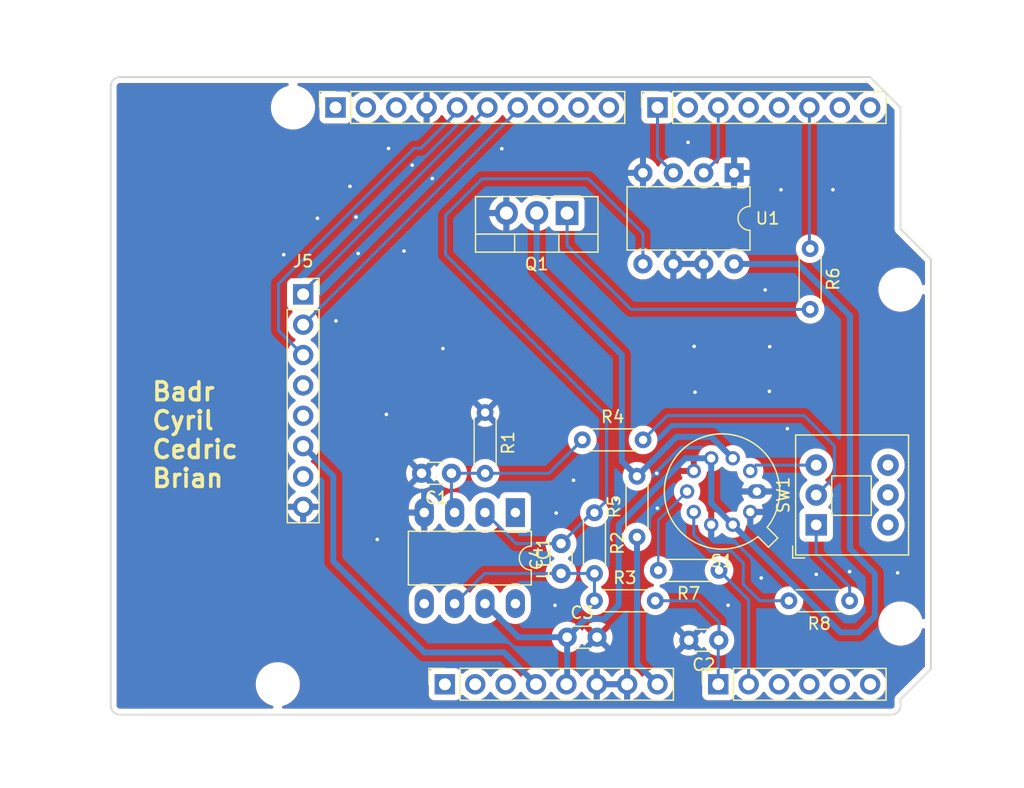
<source format=kicad_pcb>
(kicad_pcb (version 20240108) (generator "pcbnew") (generator_version "8.0")
  (layers (0 "F.Cu" signal) (31 "B.Cu" signal) (34 "B.Paste" user) (35 "F.Paste" user) (36 "B.SilkS" user "B.Silkscreen") (37 "F.SilkS" user "F.Silkscreen") (38 "B.Mask" user) (39 "F.Mask" user) (44 "Edge.Cuts" user))
  (net 0 "")
  (net 1 "Net-(LTC1-+input)")
  (net 2 "GND")
  (net 3 "ADC")
  (net 4 "+5V")
  (net 5 "Net-(LTC1-vOut)")
  (net 6 "RVar")
  (net 8 "/IOREF")
  (net 9 "/~{RESET}")
  (net 10 "+3.3V")
  (net 11 "+12V")
  (net 15 "rst")
  (net 16 "tx")
  (net 17 "rx")
  (net 18 "/*10")
  (net 19 "/*9")
  (net 20 "/8")
  (net 21 "TempSensor")
  (net 26 "MOSI")
  (net 27 "/*6")
  (net 28 "SCK")
  (net 29 "/4")
  (net 30 "/*3")
  (net 31 "gas_choic_ctrl")
  (net 32 "/TX{slash}1")
  (net 33 "/RX{slash}0")
  (net 37 "Net-(Q1-G)")
  (net 38 "12V")
  (net 39 "Net-(SW1-B)")
  (net 40 "Net-(R7-Pad2)")
  (net 41 "GasSensor1")
  (net 42 "Net-(R8-Pad2)")
  (net 43 "GasSensor2")
  (footprint "Resistor_THT:R_Axial_DIN0204_L3.6mm_D1.6mm_P5.08mm_Horizontal" (layer "F.Cu") (at 149.098 120.396)
    (property "Reference" "R3" (at 2.54 -1.92 0) (layer "F.SilkS"))
    (property "Value" "1k")
    (fp_line (start 0.62 -0.92) (end 4.46 -0.92) (stroke (width 0.12)) (layer "F.SilkS"))
    (fp_line (start 0.62 0.92) (end 4.46 0.92) (stroke (width 0.12)) (layer "F.SilkS"))
    (pad "1" thru_hole circle (at 0 0) (size 1.4 1.4) (drill 0.7) (layers "*.Cu" "*.Mask") (net 5 "Net-(LTC1-vOut)"))
    (pad "2" thru_hole oval (at 5.08 0) (size 1.4 1.4) (drill 0.7) (layers "*.Cu" "*.Mask") (net 3 "ADC"))
  )
  (footprint "Resistor_THT:R_Axial_DIN0204_L3.6mm_D1.6mm_P5.08mm_Horizontal" (layer "F.Cu") (at 167.132 90.932 -90)
    (property "Reference" "R6" (at 2.54 -1.92 90) (layer "F.SilkS"))
    (property "Value" "1k")
    (fp_line (start 0.62 0.92) (end 4.46 0.92) (stroke (width 0.12)) (layer "F.SilkS"))
    (fp_line (start 0.62 -0.92) (end 4.46 -0.92) (stroke (width 0.12)) (layer "F.SilkS"))
    (pad "1" thru_hole circle (at 0 0 270) (size 1.4 1.4) (drill 0.7) (layers "*.Cu" "*.Mask") (net 31 "gas_choic_ctrl"))
    (pad "2" thru_hole oval (at 5.08 0 270) (size 1.4 1.4) (drill 0.7) (layers "*.Cu" "*.Mask") (net 37 "Net-(Q1-G)"))
  )
  (footprint "Resistor_THT:R_Axial_DIN0204_L3.6mm_D1.6mm_P5.08mm_Horizontal" (layer "F.Cu") (at 149.098 113.03 -90)
    (property "Reference" "R2" (at 2.54 -1.92 90) (layer "F.SilkS"))
    (property "Value" "100k")
    (fp_line (start 0.62 0.92) (end 4.46 0.92) (stroke (width 0.12)) (layer "F.SilkS"))
    (fp_line (start 0.62 -0.92) (end 4.46 -0.92) (stroke (width 0.12)) (layer "F.SilkS"))
    (pad "1" thru_hole circle (at 0 0 270) (size 1.4 1.4) (drill 0.7) (layers "*.Cu" "*.Mask") (net 6 "RVar"))
    (pad "2" thru_hole oval (at 5.08 0 270) (size 1.4 1.4) (drill 0.7) (layers "*.Cu" "*.Mask") (net 5 "Net-(LTC1-vOut)"))
  )
  (footprint "Package_DIP:DIP-8_W7.62mm_LongPads" (layer "F.Cu") (at 142.484 113.015 -90)
    (property "Reference" "LTC1" (at 3.81 -2.33 90) (layer "F.SilkS"))
    (property "Value" "~")
    (fp_line (start 1.56 8.95) (end 6.06 8.95) (stroke (width 0.12)) (layer "F.SilkS"))
    (fp_line (start 6.06 8.95) (end 6.06 -1.33) (stroke (width 0.12)) (layer "F.SilkS"))
    (fp_line (start 1.56 -1.33) (end 1.56 8.95) (stroke (width 0.12)) (layer "F.SilkS"))
    (fp_line (start 2.81 -1.33) (end 1.56 -1.33) (stroke (width 0.12)) (layer "F.SilkS"))
    (fp_line (start 6.06 -1.33) (end 4.81 -1.33) (stroke (width 0.12)) (layer "F.SilkS"))
    (fp_arc (start 4.81 -1.33) (mid 3.81 -0.33) (end 2.81 -1.33) (stroke (width 0.12)) (layer "F.SilkS"))
    (pad "1" thru_hole rect (at 0 0 270) (size 2.4 1.6) (drill 0.8) (layers "*.Cu" "*.Mask"))
    (pad "2" thru_hole oval (at 0 2.54 270) (size 2.4 1.6) (drill 0.8) (layers "*.Cu" "*.Mask") (net 6 "RVar"))
    (pad "3" thru_hole oval (at 0 5.08 270) (size 2.4 1.6) (drill 0.8) (layers "*.Cu" "*.Mask") (net 1 "Net-(LTC1-+input)"))
    (pad "4" thru_hole oval (at 0 7.62 270) (size 2.4 1.6) (drill 0.8) (layers "*.Cu" "*.Mask") (net 2 "GND"))
    (pad "5" thru_hole oval (at 7.62 7.62 270) (size 2.4 1.6) (drill 0.8) (layers "*.Cu" "*.Mask"))
    (pad "6" thru_hole oval (at 7.62 5.08 270) (size 2.4 1.6) (drill 0.8) (layers "*.Cu" "*.Mask") (net 5 "Net-(LTC1-vOut)"))
    (pad "7" thru_hole oval (at 7.62 2.54 270) (size 2.4 1.6) (drill 0.8) (layers "*.Cu" "*.Mask") (net 4 "+5V"))
    (pad "8" thru_hole oval (at 7.62 0 270) (size 2.4 1.6) (drill 0.8) (layers "*.Cu" "*.Mask"))
  )
  (footprint "Capacitor_THT:C_Disc_D3.0mm_W1.6mm_P2.50mm" (layer "F.Cu") (at 146.812 123.444)
    (property "Reference" "C3" (at 1.25 -2.05 0) (layer "F.SilkS"))
    (property "Value" "100n")
    (fp_line (start 0.621 -0.92) (end 1.879 -0.92) (stroke (width 0.12)) (layer "F.SilkS"))
    (fp_line (start 0.621 0.92) (end 1.879 0.92) (stroke (width 0.12)) (layer "F.SilkS"))
    (pad "1" thru_hole circle (at 0 0) (size 1.6 1.6) (drill 0.8) (layers "*.Cu" "*.Mask") (net 4 "+5V"))
    (pad "2" thru_hole circle (at 2.5 0) (size 1.6 1.6) (drill 0.8) (layers "*.Cu" "*.Mask") (net 2 "GND"))
  )
  (footprint "Capacitor_THT:C_Disc_D3.0mm_W1.6mm_P2.50mm" (layer "F.Cu") (at 159.492 123.698 180)
    (property "Reference" "C2" (at 1.25 -2.05 0) (layer "F.SilkS"))
    (property "Value" "100n")
    (fp_line (start 0.621 0.92) (end 1.879 0.92) (stroke (width 0.12)) (layer "F.SilkS"))
    (fp_line (start 0.621 -0.92) (end 1.879 -0.92) (stroke (width 0.12)) (layer "F.SilkS"))
    (pad "1" thru_hole circle (at 0 0 180) (size 1.6 1.6) (drill 0.8) (layers "*.Cu" "*.Mask") (net 3 "ADC"))
    (pad "2" thru_hole circle (at 2.5 0 180) (size 1.6 1.6) (drill 0.8) (layers "*.Cu" "*.Mask") (net 2 "GND"))
  )
  (footprint "Capacitor_THT:C_Disc_D3.0mm_W1.6mm_P2.50mm" (layer "F.Cu") (at 146.304 118.11 90)
    (property "Reference" "C4" (at 1.25 -2.05 90) (layer "F.SilkS"))
    (property "Value" "1u")
    (fp_line (start 0.621 -0.92) (end 1.879 -0.92) (stroke (width 0.12)) (layer "F.SilkS"))
    (fp_line (start 0.621 0.92) (end 1.879 0.92) (stroke (width 0.12)) (layer "F.SilkS"))
    (pad "1" thru_hole circle (at 0 0 90) (size 1.6 1.6) (drill 0.8) (layers "*.Cu" "*.Mask") (net 5 "Net-(LTC1-vOut)"))
    (pad "2" thru_hole circle (at 2.5 0 90) (size 1.6 1.6) (drill 0.8) (layers "*.Cu" "*.Mask") (net 6 "RVar"))
  )
  (footprint "Connector_PinSocket_2.54mm:PinSocket_1x08_P2.54mm_Vertical" (layer "F.Cu") (at 136.5885 127.381 90)
    (property "Reference" "J1" (hide yes))
    (property "Value" "Power")
    (fp_line (start 1.33 -1.33) (end 1.33 0) (stroke (width 0.12)) (layer "F.SilkS"))
    (fp_line (start 0 -1.33) (end 1.33 -1.33) (stroke (width 0.12)) (layer "F.SilkS"))
    (fp_line (start 1.33 1.27) (end 1.33 19.11) (stroke (width 0.12)) (layer "F.SilkS"))
    (fp_line (start -1.33 1.27) (end 1.33 1.27) (stroke (width 0.12)) (layer "F.SilkS"))
    (fp_line (start -1.33 1.27) (end -1.33 19.11) (stroke (width 0.12)) (layer "F.SilkS"))
    (fp_line (start -1.33 19.11) (end 1.33 19.11) (stroke (width 0.12)) (layer "F.SilkS"))
    (pad "1" thru_hole rect (at 0 0 90) (size 1.7 1.7) (drill 1) (layers "*.Cu" "*.Mask"))
    (pad "2" thru_hole oval (at 0 2.54 90) (size 1.7 1.7) (drill 1) (layers "*.Cu" "*.Mask") (net 8 "/IOREF"))
    (pad "3" thru_hole oval (at 0 5.08 90) (size 1.7 1.7) (drill 1) (layers "*.Cu" "*.Mask") (net 9 "/~{RESET}"))
    (pad "4" thru_hole oval (at 0 7.62 90) (size 1.7 1.7) (drill 1) (layers "*.Cu" "*.Mask") (net 10 "+3.3V"))
    (pad "5" thru_hole oval (at 0 10.16 90) (size 1.7 1.7) (drill 1) (layers "*.Cu" "*.Mask") (net 4 "+5V"))
    (pad "6" thru_hole oval (at 0 12.7 90) (size 1.7 1.7) (drill 1) (layers "*.Cu" "*.Mask") (net 2 "GND"))
    (pad "7" thru_hole oval (at 0 15.24 90) (size 1.7 1.7) (drill 1) (layers "*.Cu" "*.Mask") (net 2 "GND"))
    (pad "8" thru_hole oval (at 0 17.78 90) (size 1.7 1.7) (drill 1) (layers "*.Cu" "*.Mask") (net 11 "+12V"))
  )
  (footprint "Arduino_MountingHole:MountingHole_3.2mm" (layer "F.Cu") (at 123.8885 79.121)
    (property "Reference" "MH1" (hide yes))
    (property "Value" "MountingHole_3.2mm" (hide yes))
    (pad "" np_thru_hole circle (at 0 0) (size 3.2 3.2) (drill 3.2) (layers "F&B.Cu" "*.Mask"))
  )
  (footprint "Package_TO_SOT_THT:TO-220-3_Vertical" (layer "F.Cu") (at 146.812 87.955 180)
    (property "Reference" "Q1" (at 2.54 -4.27 0) (layer "F.SilkS"))
    (property "Value" "Q_NMOS_GSD")
    (fp_line (start 7.66 -3.27) (end 7.66 1.371) (stroke (width 0.12)) (layer "F.SilkS"))
    (fp_line (start 4.391 -3.27) (end 4.391 -1.76) (stroke (width 0.12)) (layer "F.SilkS"))
    (fp_line (start 0.69 -3.27) (end 0.69 -1.76) (stroke (width 0.12)) (layer "F.SilkS"))
    (fp_line (start -2.58 1.371) (end 7.66 1.371) (stroke (width 0.12)) (layer "F.SilkS"))
    (fp_line (start -2.58 -1.76) (end 7.66 -1.76) (stroke (width 0.12)) (layer "F.SilkS"))
    (fp_line (start -2.58 -3.27) (end 7.66 -3.27) (stroke (width 0.12)) (layer "F.SilkS"))
    (fp_line (start -2.58 -3.27) (end -2.58 1.371) (stroke (width 0.12)) (layer "F.SilkS"))
    (pad "1" thru_hole rect (at 0 0 180) (size 1.905 2) (drill 1.1) (layers "*.Cu" "*.Mask") (net 37 "Net-(Q1-G)"))
    (pad "2" thru_hole oval (at 2.54 0 180) (size 1.905 2) (drill 1.1) (layers "*.Cu" "*.Mask") (net 38 "12V"))
    (pad "3" thru_hole oval (at 5.08 0 180) (size 1.905 2) (drill 1.1) (layers "*.Cu" "*.Mask") (net 2 "GND"))
  )
  (footprint "Resistor_THT:R_Axial_DIN0204_L3.6mm_D1.6mm_P5.08mm_Horizontal" (layer "F.Cu") (at 139.954 104.648 -90)
    (property "Reference" "R1" (at 2.54 -1.92 90) (layer "F.SilkS"))
    (property "Value" "100k")
    (fp_line (start 0.62 0.92) (end 4.46 0.92) (stroke (width 0.12)) (layer "F.SilkS"))
    (fp_line (start 0.62 -0.92) (end 4.46 -0.92) (stroke (width 0.12)) (layer "F.SilkS"))
    (pad "1" thru_hole circle (at 0 0 270) (size 1.4 1.4) (drill 0.7) (layers "*.Cu" "*.Mask") (net 2 "GND"))
    (pad "2" thru_hole oval (at 5.08 0 270) (size 1.4 1.4) (drill 0.7) (layers "*.Cu" "*.Mask") (net 1 "Net-(LTC1-+input)"))
  )
  (footprint "Resistor_THT:R_Axial_DIN0204_L3.6mm_D1.6mm_P5.08mm_Horizontal" (layer "F.Cu") (at 170.434 120.396 180)
    (property "Reference" "R8" (at 2.54 -1.92 0) (layer "F.SilkS"))
    (property "Value" "0")
    (fp_line (start 0.62 0.92) (end 4.46 0.92) (stroke (width 0.12)) (layer "F.SilkS"))
    (fp_line (start 0.62 -0.92) (end 4.46 -0.92) (stroke (width 0.12)) (layer "F.SilkS"))
    (pad "1" thru_hole circle (at 0 0 180) (size 1.4 1.4) (drill 0.7) (layers "*.Cu" "*.Mask") (net 41 "GasSensor1"))
    (pad "2" thru_hole oval (at 5.08 0 180) (size 1.4 1.4) (drill 0.7) (layers "*.Cu" "*.Mask") (net 42 "Net-(R8-Pad2)"))
  )
  (footprint "Package_TO_SOT_THT:TO-5-10_Window" (layer "F.Cu") (at 162.681 111.252 180)
    (property "Reference" "S1" (at 2.92 -5.82 0) (layer "F.SilkS"))
    (property "Value" "~")
    (fp_line (start -0.077084 -3.774902) (end -0.968039 -4.665856) (stroke (width 0.12)) (layer "F.SilkS"))
    (fp_line (start -0.968039 -4.665856) (end -1.745856 -3.888039) (stroke (width 0.12)) (layer "F.SilkS"))
    (fp_line (start -1.745856 -3.888039) (end -0.854902 -2.997084) (stroke (width 0.12)) (layer "F.SilkS"))
    (fp_arc (start -0.077084 -3.774902) (mid 6.328125 3.408384) (end -0.854674 -2.997371) (stroke (width 0.12)) (layer "F.SilkS"))
    (pad "1" thru_hole oval (at 0 0 180) (size 1.6 1.2) (drill 0.7) (layers "*.Cu" "*.Mask") (net 2 "GND"))
    (pad "2" thru_hole oval (at 0.55767 1.716333 180) (size 1.2 1.2) (drill 0.7) (layers "*.Cu" "*.Mask") (net 43 "GasSensor2"))
    (pad "3" thru_hole oval (at 2.01767 2.777085 180) (size 1.2 1.2) (drill 0.7) (layers "*.Cu" "*.Mask") (net 38 "12V"))
    (pad "4" thru_hole oval (at 3.82233 2.777085 180) (size 1.2 1.2) (drill 0.7) (layers "*.Cu" "*.Mask") (net 4 "+5V"))
    (pad "5" thru_hole oval (at 5.28233 1.716333 180) (size 1.2 1.2) (drill 0.7) (layers "*.Cu" "*.Mask") (net 2 "GND"))
    (pad "6" thru_hole oval (at 5.84 0 180) (size 1.2 1.2) (drill 0.7) (layers "*.Cu" "*.Mask") (net 40 "Net-(R7-Pad2)"))
    (pad "7" thru_hole oval (at 5.28233 -1.716333 180) (size 1.2 1.2) (drill 0.7) (layers "*.Cu" "*.Mask") (net 42 "Net-(R8-Pad2)"))
    (pad "8" thru_hole oval (at 3.82233 -2.777085 180) (size 1.2 1.2) (drill 0.7) (layers "*.Cu" "*.Mask") (net 2 "GND"))
    (pad "9" thru_hole oval (at 2.01767 -2.777085 180) (size 1.2 1.2) (drill 0.7) (layers "*.Cu" "*.Mask") (net 4 "+5V"))
    (pad "10" thru_hole oval (at 0.55767 -1.716333 180) (size 1.2 1.2) (drill 0.7) (layers "*.Cu" "*.Mask") (net 2 "GND"))
  )
  (footprint "Button_Switch_THT:SW_Push_2P2T_Toggle_CK_PVA2xxH2xxxxxxV2" (layer "F.Cu") (at 167.64 114.046 90)
    (property "Reference" "SW1" (at 2.5 -2.75 90) (layer "F.SilkS"))
    (property "Value" "SW_SPDT")
    (fp_line (start -1.77 -1.97) (end -2.77 -1.97) (stroke (width 0.12)) (layer "F.SilkS"))
    (fp_line (start 7.52 -1.72) (end -2.52 -1.72) (stroke (width 0.12)) (layer "F.SilkS"))
    (fp_line (start -2.77 -0.97) (end -2.77 -1.97) (stroke (width 0.12)) (layer "F.SilkS"))
    (fp_line (start 4.1 1.3) (end 0.8 1.3) (stroke (width 0.12)) (layer "F.SilkS"))
    (fp_line (start 4.1 1.3) (end 4.1 4.6) (stroke (width 0.12)) (layer "F.SilkS"))
    (fp_line (start 0.8 1.3) (end 0.8 4.6) (stroke (width 0.12)) (layer "F.SilkS"))
    (fp_line (start 4.1 4.6) (end 0.8 4.6) (stroke (width 0.12)) (layer "F.SilkS"))
    (fp_line (start 7.52 7.72) (end 7.52 -1.72) (stroke (width 0.12)) (layer "F.SilkS"))
    (fp_line (start 7.52 7.72) (end -2.52 7.72) (stroke (width 0.12)) (layer "F.SilkS"))
    (fp_line (start -2.52 7.72) (end -2.52 -1.72) (stroke (width 0.12)) (layer "F.SilkS"))
    (pad "1" thru_hole rect (at 0 0 90) (size 1.8 1.8) (drill 0.9) (layers "*.Cu" "*.Mask") (net 41 "GasSensor1"))
    (pad "2" thru_hole circle (at 2.5 0 90) (size 1.8 1.8) (drill 0.9) (layers "*.Cu" "*.Mask") (net 39 "Net-(SW1-B)"))
    (pad "3" thru_hole circle (at 5 0 90) (size 1.8 1.8) (drill 0.9) (layers "*.Cu" "*.Mask") (net 43 "GasSensor2"))
    (pad "4" thru_hole circle (at 0 6 90) (size 1.8 1.8) (drill 0.9) (layers "*.Cu" "*.Mask"))
    (pad "5" thru_hole circle (at 2.5 6 90) (size 1.8 1.8) (drill 0.9) (layers "*.Cu" "*.Mask"))
    (pad "6" thru_hole circle (at 5 6 90) (size 1.8 1.8) (drill 0.9) (layers "*.Cu" "*.Mask"))
  )
  (footprint "Arduino_MountingHole:MountingHole_3.2mm" (layer "F.Cu") (at 122.6185 127.381)
    (property "Reference" "MH2" (hide yes))
    (property "Value" "MountingHole_3.2mm" (hide yes))
    (pad "" np_thru_hole circle (at 0 0) (size 3.2 3.2) (drill 3.2) (layers "F&B.Cu" "*.Mask"))
  )
  (footprint "Connector_PinSocket_2.54mm:PinSocket_1x08_P2.54mm_Vertical" (layer "F.Cu") (at 154.3685 79.121 90)
    (property "Reference" "J4" (hide yes))
    (property "Value" "Digital/PWM")
    (fp_line (start 1.33 -1.33) (end 1.33 0) (stroke (width 0.12)) (layer "F.SilkS"))
    (fp_line (start 0 -1.33) (end 1.33 -1.33) (stroke (width 0.12)) (layer "F.SilkS"))
    (fp_line (start 1.33 1.27) (end 1.33 19.11) (stroke (width 0.12)) (layer "F.SilkS"))
    (fp_line (start -1.33 1.27) (end 1.33 1.27) (stroke (width 0.12)) (layer "F.SilkS"))
    (fp_line (start -1.33 1.27) (end -1.33 19.11) (stroke (width 0.12)) (layer "F.SilkS"))
    (fp_line (start -1.33 19.11) (end 1.33 19.11) (stroke (width 0.12)) (layer "F.SilkS"))
    (pad "1" thru_hole rect (at 0 0 90) (size 1.7 1.7) (drill 1) (layers "*.Cu" "*.Mask") (net 26 "MOSI"))
    (pad "2" thru_hole oval (at 0 2.54 90) (size 1.7 1.7) (drill 1) (layers "*.Cu" "*.Mask") (net 27 "/*6"))
    (pad "3" thru_hole oval (at 0 5.08 90) (size 1.7 1.7) (drill 1) (layers "*.Cu" "*.Mask") (net 28 "SCK"))
    (pad "4" thru_hole oval (at 0 7.62 90) (size 1.7 1.7) (drill 1) (layers "*.Cu" "*.Mask") (net 29 "/4"))
    (pad "5" thru_hole oval (at 0 10.16 90) (size 1.7 1.7) (drill 1) (layers "*.Cu" "*.Mask") (net 30 "/*3"))
    (pad "6" thru_hole oval (at 0 12.7 90) (size 1.7 1.7) (drill 1) (layers "*.Cu" "*.Mask") (net 31 "gas_choic_ctrl"))
    (pad "7" thru_hole oval (at 0 15.24 90) (size 1.7 1.7) (drill 1) (layers "*.Cu" "*.Mask") (net 32 "/TX{slash}1"))
    (pad "8" thru_hole oval (at 0 17.78 90) (size 1.7 1.7) (drill 1) (layers "*.Cu" "*.Mask") (net 33 "/RX{slash}0"))
  )
  (footprint "Package_DIP:DIP-8_W7.62mm" (layer "F.Cu") (at 160.772 84.592 -90)
    (property "Reference" "U1" (at 3.81 -2.804 180) (layer "F.SilkS"))
    (property "Value" "MCP41100")
    (fp_line (start 1.16 8.95) (end 6.46 8.95) (stroke (width 0.12)) (layer "F.SilkS"))
    (fp_line (start 6.46 8.95) (end 6.46 -1.33) (stroke (width 0.12)) (layer "F.SilkS"))
    (fp_line (start 1.16 -1.33) (end 1.16 8.95) (stroke (width 0.12)) (layer "F.SilkS"))
    (fp_line (start 2.81 -1.33) (end 1.16 -1.33) (stroke (width 0.12)) (layer "F.SilkS"))
    (fp_line (start 6.46 -1.33) (end 4.81 -1.33) (stroke (width 0.12)) (layer "F.SilkS"))
    (fp_arc (start 4.81 -1.33) (mid 3.81 -0.33) (end 2.81 -1.33) (stroke (width 0.12)) (layer "F.SilkS"))
    (pad "1" thru_hole rect (at 0 0 270) (size 1.6 1.6) (drill 0.8) (layers "*.Cu" "*.Mask") (net 2 "GND"))
    (pad "2" thru_hole oval (at 0 2.54 270) (size 1.6 1.6) (drill 0.8) (layers "*.Cu" "*.Mask") (net 28 "SCK"))
    (pad "3" thru_hole oval (at 0 5.08 270) (size 1.6 1.6) (drill 0.8) (layers "*.Cu" "*.Mask") (net 26 "MOSI"))
    (pad "4" thru_hole oval (at 0 7.62 270) (size 1.6 1.6) (drill 0.8) (layers "*.Cu" "*.Mask") (net 2 "GND"))
    (pad "5" thru_hole oval (at 7.62 7.62 270) (size 1.6 1.6) (drill 0.8) (layers "*.Cu" "*.Mask") (net 6 "RVar"))
    (pad "6" thru_hole oval (at 7.62 5.08 270) (size 1.6 1.6) (drill 0.8) (layers "*.Cu" "*.Mask") (net 2 "GND"))
    (pad "7" thru_hole oval (at 7.62 2.54 270) (size 1.6 1.6) (drill 0.8) (layers "*.Cu" "*.Mask") (net 2 "GND"))
    (pad "8" thru_hole oval (at 7.62 0 270) (size 1.6 1.6) (drill 0.8) (layers "*.Cu" "*.Mask") (net 4 "+5V"))
  )
  (footprint "Connector_PinSocket_2.54mm:PinSocket_1x08_P2.54mm_Vertical" (layer "F.Cu") (at 124.739 94.757)
    (property "Reference" "J5" (at 0 -2.77 0) (layer "F.SilkS"))
    (property "Value" "Conn_01x08")
    (fp_line (start -1.33 1.27) (end -1.33 19.11) (stroke (width 0.12)) (layer "F.SilkS"))
    (fp_line (start -1.33 1.27) (end 1.33 1.27) (stroke (width 0.12)) (layer "F.SilkS"))
    (fp_line (start -1.33 19.11) (end 1.33 19.11) (stroke (width 0.12)) (layer "F.SilkS"))
    (fp_line (start 0 -1.33) (end 1.33 -1.33) (stroke (width 0.12)) (layer "F.SilkS"))
    (fp_line (start 1.33 -1.33) (end 1.33 0) (stroke (width 0.12)) (layer "F.SilkS"))
    (fp_line (start 1.33 1.27) (end 1.33 19.11) (stroke (width 0.12)) (layer "F.SilkS"))
    (pad "1" thru_hole rect (at 0 0) (size 1.7 1.7) (drill 1) (layers "*.Cu" "*.Mask") (net 16 "tx"))
    (pad "2" thru_hole oval (at 0 2.54) (size 1.7 1.7) (drill 1) (layers "*.Cu" "*.Mask") (net 17 "rx"))
    (pad "3" thru_hole oval (at 0 5.08) (size 1.7 1.7) (drill 1) (layers "*.Cu" "*.Mask") (net 15 "rst"))
    (pad "4" thru_hole oval (at 0 7.62) (size 1.7 1.7) (drill 1) (layers "*.Cu" "*.Mask"))
    (pad "5" thru_hole oval (at 0 10.16) (size 1.7 1.7) (drill 1) (layers "*.Cu" "*.Mask"))
    (pad "6" thru_hole oval (at 0 12.7) (size 1.7 1.7) (drill 1) (layers "*.Cu" "*.Mask") (net 10 "+3.3V"))
    (pad "7" thru_hole oval (at 0 15.24) (size 1.7 1.7) (drill 1) (layers "*.Cu" "*.Mask"))
    (pad "8" thru_hole oval (at 0 17.78) (size 1.7 1.7) (drill 1) (layers "*.Cu" "*.Mask") (net 2 "GND"))
  )
  (footprint "Connector_PinSocket_2.54mm:PinSocket_1x06_P2.54mm_Vertical" (layer "F.Cu") (at 159.4485 127.381 90)
    (property "Reference" "J3" (hide yes))
    (property "Value" "Analog")
    (fp_line (start 1.33 -1.33) (end 1.33 0) (stroke (width 0.12)) (layer "F.SilkS"))
    (fp_line (start 0 -1.33) (end 1.33 -1.33) (stroke (width 0.12)) (layer "F.SilkS"))
    (fp_line (start 1.33 1.27) (end 1.33 14.03) (stroke (width 0.12)) (layer "F.SilkS"))
    (fp_line (start -1.33 1.27) (end 1.33 1.27) (stroke (width 0.12)) (layer "F.SilkS"))
    (fp_line (start -1.33 1.27) (end -1.33 14.03) (stroke (width 0.12)) (layer "F.SilkS"))
    (fp_line (start -1.33 14.03) (end 1.33 14.03) (stroke (width 0.12)) (layer "F.SilkS"))
    (pad "1" thru_hole rect (at 0 0 90) (size 1.7 1.7) (drill 1) (layers "*.Cu" "*.Mask") (net 3 "ADC"))
    (pad "2" thru_hole oval (at 0 2.54 90) (size 1.7 1.7) (drill 1) (layers "*.Cu" "*.Mask") (net 21 "TempSensor"))
    (pad "3" thru_hole oval (at 0 5.08 90) (size 1.7 1.7) (drill 1) (layers "*.Cu" "*.Mask"))
    (pad "4" thru_hole oval (at 0 7.62 90) (size 1.7 1.7) (drill 1) (layers "*.Cu" "*.Mask"))
    (pad "5" thru_hole oval (at 0 10.16 90) (size 1.7 1.7) (drill 1) (layers "*.Cu" "*.Mask"))
    (pad "6" thru_hole oval (at 0 12.7 90) (size 1.7 1.7) (drill 1) (layers "*.Cu" "*.Mask"))
  )
  (footprint "Arduino_MountingHole:MountingHole_3.2mm" (layer "F.Cu") (at 174.6885 122.301)
    (property "Reference" "MH4" (hide yes))
    (property "Value" "MountingHole_3.2mm" (hide yes))
    (pad "" np_thru_hole circle (at 0 0) (size 3.2 3.2) (drill 3.2) (layers "F&B.Cu" "*.Mask"))
  )
  (footprint "Resistor_THT:R_Axial_DIN0204_L3.6mm_D1.6mm_P5.08mm_Horizontal" (layer "F.Cu") (at 159.512 117.856 180)
    (property "Reference" "R7" (at 2.54 -1.92 0) (layer "F.SilkS"))
    (property "Value" "0")
    (fp_line (start 0.62 0.92) (end 4.46 0.92) (stroke (width 0.12)) (layer "F.SilkS"))
    (fp_line (start 0.62 -0.92) (end 4.46 -0.92) (stroke (width 0.12)) (layer "F.SilkS"))
    (pad "1" thru_hole circle (at 0 0 180) (size 1.4 1.4) (drill 0.7) (layers "*.Cu" "*.Mask") (net 21 "TempSensor"))
    (pad "2" thru_hole oval (at 5.08 0 180) (size 1.4 1.4) (drill 0.7) (layers "*.Cu" "*.Mask") (net 40 "Net-(R7-Pad2)"))
  )
  (footprint "Resistor_THT:R_Axial_DIN0204_L3.6mm_D1.6mm_P5.08mm_Horizontal" (layer "F.Cu") (at 152.654 115.062 90)
    (property "Reference" "R5" (at 2.54 -1.92 90) (layer "F.SilkS"))
    (property "Value" "10k")
    (fp_line (start 0.62 -0.92) (end 4.46 -0.92) (stroke (width 0.12)) (layer "F.SilkS"))
    (fp_line (start 0.62 0.92) (end 4.46 0.92) (stroke (width 0.12)) (layer "F.SilkS"))
    (pad "1" thru_hole circle (at 0 0 90) (size 1.4 1.4) (drill 0.7) (layers "*.Cu" "*.Mask") (net 11 "+12V"))
    (pad "2" thru_hole oval (at 5.08 0 90) (size 1.4 1.4) (drill 0.7) (layers "*.Cu" "*.Mask") (net 38 "12V"))
  )
  (footprint "Capacitor_THT:C_Disc_D3.0mm_W1.6mm_P2.50mm" (layer "F.Cu") (at 137.14 109.728 180)
    (property "Reference" "C1" (at 1.25 -2.05 0) (layer "F.SilkS"))
    (property "Value" "100n")
    (fp_line (start 0.621 0.92) (end 1.879 0.92) (stroke (width 0.12)) (layer "F.SilkS"))
    (fp_line (start 0.621 -0.92) (end 1.879 -0.92) (stroke (width 0.12)) (layer "F.SilkS"))
    (pad "1" thru_hole circle (at 0 0 180) (size 1.6 1.6) (drill 0.8) (layers "*.Cu" "*.Mask") (net 1 "Net-(LTC1-+input)"))
    (pad "2" thru_hole circle (at 2.5 0 180) (size 1.6 1.6) (drill 0.8) (layers "*.Cu" "*.Mask") (net 2 "GND"))
  )
  (footprint "Connector_PinSocket_2.54mm:PinSocket_1x10_P2.54mm_Vertical" (layer "F.Cu") (at 127.4445 79.121 90)
    (property "Reference" "J2" (hide yes))
    (property "Value" "Digital/PWM")
    (fp_line (start 1.33 -1.33) (end 1.33 0) (stroke (width 0.12)) (layer "F.SilkS"))
    (fp_line (start 0 -1.33) (end 1.33 -1.33) (stroke (width 0.12)) (layer "F.SilkS"))
    (fp_line (start 1.33 1.27) (end 1.33 24.19) (stroke (width 0.12)) (layer "F.SilkS"))
    (fp_line (start -1.33 1.27) (end 1.33 1.27) (stroke (width 0.12)) (layer "F.SilkS"))
    (fp_line (start -1.33 1.27) (end -1.33 24.19) (stroke (width 0.12)) (layer "F.SilkS"))
    (fp_line (start -1.33 24.19) (end 1.33 24.19) (stroke (width 0.12)) (layer "F.SilkS"))
    (pad "1" thru_hole rect (at 0 0 90) (size 1.7 1.7) (drill 1) (layers "*.Cu" "*.Mask"))
    (pad "2" thru_hole oval (at 0 2.54 90) (size 1.7 1.7) (drill 1) (layers "*.Cu" "*.Mask"))
    (pad "3" thru_hole oval (at 0 5.08 90) (size 1.7 1.7) (drill 1) (layers "*.Cu" "*.Mask"))
    (pad "4" thru_hole oval (at 0 7.62 90) (size 1.7 1.7) (drill 1) (layers "*.Cu" "*.Mask") (net 2 "GND"))
    (pad "5" thru_hole oval (at 0 10.16 90) (size 1.7 1.7) (drill 1) (layers "*.Cu" "*.Mask") (net 15 "rst"))
    (pad "6" thru_hole oval (at 0 12.7 90) (size 1.7 1.7) (drill 1) (layers "*.Cu" "*.Mask") (net 16 "tx"))
    (pad "7" thru_hole oval (at 0 15.24 90) (size 1.7 1.7) (drill 1) (layers "*.Cu" "*.Mask") (net 17 "rx"))
    (pad "8" thru_hole oval (at 0 17.78 90) (size 1.7 1.7) (drill 1) (layers "*.Cu" "*.Mask") (net 18 "/*10"))
    (pad "9" thru_hole oval (at 0 20.32 90) (size 1.7 1.7) (drill 1) (layers "*.Cu" "*.Mask") (net 19 "/*9"))
    (pad "10" thru_hole oval (at 0 22.86 90) (size 1.7 1.7) (drill 1) (layers "*.Cu" "*.Mask") (net 20 "/8"))
  )
  (footprint "Resistor_THT:R_Axial_DIN0204_L3.6mm_D1.6mm_P5.08mm_Horizontal" (layer "F.Cu") (at 148.082 106.934)
    (property "Reference" "R4" (at 2.54 -1.92 0) (layer "F.SilkS"))
    (property "Value" "10k")
    (fp_line (start 0.62 -0.92) (end 4.46 -0.92) (stroke (width 0.12)) (layer "F.SilkS"))
    (fp_line (start 0.62 0.92) (end 4.46 0.92) (stroke (width 0.12)) (layer "F.SilkS"))
    (pad "1" thru_hole circle (at 0 0) (size 1.4 1.4) (drill 0.7) (layers "*.Cu" "*.Mask") (net 1 "Net-(LTC1-+input)"))
    (pad "2" thru_hole oval (at 5.08 0) (size 1.4 1.4) (drill 0.7) (layers "*.Cu" "*.Mask") (net 39 "Net-(SW1-B)"))
  )
  (footprint "Arduino_MountingHole:MountingHole_3.2mm" (layer "F.Cu") (at 174.6885 94.361)
    (property "Reference" "MH3" (hide yes))
    (property "Value" "MountingHole_3.2mm" (hide yes))
    (pad "" np_thru_hole circle (at 0 0) (size 3.2 3.2) (drill 3.2) (layers "F&B.Cu" "*.Mask"))
  )
  (gr_line (start 108.6485 129.159) (end 108.6485 77.343) (stroke (width 0.15)) (layer "Edge.Cuts"))
  (gr_line (start 173.9265 129.921) (end 109.4105 129.921) (stroke (width 0.15)) (layer "Edge.Cuts"))
  (gr_line (start 174.6885 128.651) (end 174.6885 129.159) (stroke (width 0.15)) (layer "Edge.Cuts"))
  (gr_arc (start 174.6885 129.159) (mid 174.465311 129.697811) (end 173.9265 129.921) (stroke (width 0.15)) (layer "Edge.Cuts"))
  (gr_line (start 174.6885 79.121) (end 174.6885 89.281) (stroke (width 0.15)) (layer "Edge.Cuts"))
  (gr_line (start 109.4105 76.581) (end 172.1485 76.581) (stroke (width 0.15)) (layer "Edge.Cuts"))
  (gr_line (start 177.2285 91.821) (end 177.2285 126.111) (stroke (width 0.15)) (layer "Edge.Cuts"))
  (gr_line (start 172.1485 76.581) (end 174.6885 79.121) (stroke (width 0.15)) (layer "Edge.Cuts"))
  (gr_line (start 174.6885 89.281) (end 177.2285 91.821) (stroke (width 0.15)) (layer "Edge.Cuts"))
  (gr_arc (start 108.6485 77.343) (mid 108.871685 76.804185) (end 109.4105 76.581) (stroke (width 0.15)) (layer "Edge.Cuts"))
  (gr_line (start 177.2285 126.111) (end 174.6885 128.651) (stroke (width 0.15)) (layer "Edge.Cuts"))
  (gr_arc (start 109.4105 129.921) (mid 108.871685 129.697815) (end 108.6485 129.159) (stroke (width 0.15)) (layer "Edge.Cuts"))
  (gr_text "Badr\nCyril\nCedric\nBrian\n\n" (at 111.9632 113.4364 0) (layer "F.SilkS") (effects (font (size 1.5 1.5) (thickness 0.3) (bold yes)) (justify left bottom)))
  (segment (start 137.14 112.751) (end 137.404 113.015) (width 0.254) (layer "B.Cu") (net 1))
  (segment (start 139.954 109.728) (end 145.288 109.728) (width 0.254) (layer "B.Cu") (net 1))
  (segment (start 137.14 109.728) (end 139.954 109.728) (width 0.254) (layer "B.Cu") (net 1))
  (segment (start 137.14 109.728) (end 137.14 112.751) (width 0.254) (layer "B.Cu") (net 1))
  (segment (start 145.288 109.728) (end 148.082 106.934) (width 0.254) (layer "B.Cu") (net 1))
  (via (at 145.8976 113.0554) (size 0.6) (drill 0.3) (layers "F.Cu" "B.Cu") (net 2))
  (via (at 157.5054 102.9462) (size 0.6) (drill 0.3) (layers "F.Cu" "B.Cu") (net 2))
  (via (at 128.651 85.725) (size 0.6) (drill 0.3) (layers "F.Cu" "B.Cu") (net 2))
  (via (at 163.3728 94.3864) (size 0.6) (drill 0.3) (layers "F.Cu" "B.Cu") (net 2))
  (via (at 129.159 88.2904) (size 0.6) (drill 0.3) (layers "F.Cu" "B.Cu") (net 2))
  (via (at 131.8768 82.55) (size 0.6) (drill 0.3) (layers "F.Cu" "B.Cu") (net 2))
  (via (at 167.64 118.1862) (size 0.6) (drill 0.3) (layers "F.Cu" "B.Cu") (net 2))
  (via (at 174.4472 118.0592) (size 0.6) (drill 0.3) (layers "F.Cu" "B.Cu") (net 2))
  (via (at 150.9014 111.9124) (size 0.6) (drill 0.3) (layers "F.Cu" "B.Cu") (net 2))
  (via (at 123.1138 91.44) (size 0.6) (drill 0.3) (layers "F.Cu" "B.Cu") (net 2))
  (via (at 141.351 82.5754) (size 0.6) (drill 0.3) (layers "F.Cu" "B.Cu") (net 2))
  (via (at 157.4292 99.1108) (size 0.6) (drill 0.3) (layers "F.Cu" "B.Cu") (net 2))
  (via (at 130.937 115.2652) (size 0.6) (drill 0.3) (layers "F.Cu" "B.Cu") (net 2))
  (via (at 170.434 117.9576) (size 0.6) (drill 0.3) (layers "F.Cu" "B.Cu") (net 2))
  (via (at 154.305 109.728) (size 0.6) (drill 0.3) (layers "F.Cu" "B.Cu") (net 2))
  (via (at 127.4826 96.9772) (size 0.6) (drill 0.3) (layers "F.Cu" "B.Cu") (net 2))
  (via (at 135.5344 85.0646) (size 0.6) (drill 0.3) (layers "F.Cu" "B.Cu") (net 2))
  (via (at 163.7284 102.87) (size 0.6) (drill 0.3) (layers "F.Cu" "B.Cu") (net 2))
  (via (at 154.3558 112.649) (size 0.6) (drill 0.3) (layers "F.Cu" "B.Cu") (net 2))
  (via (at 169.037 86.0044) (size 0.6) (drill 0.3) (layers "F.Cu" "B.Cu") (net 2))
  (via (at 156.9212 82.042) (size 0.6) (drill 0.3) (layers "F.Cu" "B.Cu") (net 2))
  (via (at 136.4234 99.2886) (size 0.6) (drill 0.3) (layers "F.Cu" "B.Cu") (net 2))
  (via (at 133.858 83.947) (size 0.6) (drill 0.3) (layers "F.Cu" "B.Cu") (net 2))
  (via (at 129.3368 91.3384) (size 0.6) (drill 0.3) (layers "F.Cu" "B.Cu") (net 2))
  (via (at 165.227 105.9942) (size 0.6) (drill 0.3) (layers "F.Cu" "B.Cu") (net 2))
  (via (at 160.274 120.777) (size 0.6) (drill 0.3) (layers "F.Cu" "B.Cu") (net 2))
  (via (at 147.3454 110.3122) (size 0.6) (drill 0.3) (layers "F.Cu" "B.Cu") (net 2))
  (via (at 163.0426 118.491) (size 0.6) (drill 0.3) (layers "F.Cu" "B.Cu") (net 2))
  (via (at 131.699 104.8004) (size 0.6) (drill 0.3) (layers "F.Cu" "B.Cu") (net 2))
  (via (at 164.6936 86.0044) (size 0.6) (drill 0.3) (layers "F.Cu" "B.Cu") (net 2))
  (via (at 163.7538 99.1362) (size 0.6) (drill 0.3) (layers "F.Cu" "B.Cu") (net 2))
  (via (at 133.1722 91.1352) (size 0.6) (drill 0.3) (layers "F.Cu" "B.Cu") (net 2))
  (via (at 125.9332 88.392) (size 0.6) (drill 0.3) (layers "F.Cu" "B.Cu") (net 2))
  (via (at 145.796 120.777) (size 0.6) (drill 0.3) (layers "F.Cu" "B.Cu") (net 2))
  (segment (start 159.4485 123.7415) (end 159.492 123.698) (width 0.254) (layer "B.Cu") (net 3))
  (segment (start 159.512 122.174) (end 159.512 123.678) (width 0.254) (layer "B.Cu") (net 3))
  (segment (start 159.512 123.678) (end 159.492 123.698) (width 0.254) (layer "B.Cu") (net 3))
  (segment (start 157.734 120.396) (end 159.512 122.174) (width 0.254) (layer "B.Cu") (net 3))
  (segment (start 159.4485 127.381) (end 159.4485 123.7415) (width 0.254) (layer "B.Cu") (net 3))
  (segment (start 154.178 120.396) (end 157.734 120.396) (width 0.254) (layer "B.Cu") (net 3))
  (segment (start 149.932107 121.92) (end 148.336 121.92) (width 0.5) (layer "B.Cu") (net 4))
  (segment (start 146.812 127.3175) (end 146.7485 127.381) (width 0.5) (layer "B.Cu") (net 4))
  (segment (start 146.812 123.444) (end 146.812 124.714) (width 0.5) (layer "B.Cu") (net 4))
  (segment (start 142.753 123.444) (end 146.812 123.444) (width 0.5) (layer "B.Cu") (net 4))
  (segment (start 158.85867 108.474915) (end 158.85867 112.224425) (width 0.5) (layer "B.Cu") (net 4))
  (segment (start 172.5422 118.132198) (end 172.5422 121.6914) (width 0.5) (layer "B.Cu") (net 4))
  (segment (start 148.336 121.92) (end 146.812 123.444) (width 0.5) (layer "B.Cu") (net 4))
  (segment (start 158.85867 108.474915) (end 156.701085 108.474915) (width 0.5) (layer "B.Cu") (net 4))
  (segment (start 169.672 123.037755) (end 160.66333 114.029085) (width 0.5) (layer "B.Cu") (net 4))
  (segment (start 146.812 123.444) (end 146.812 123.19) (width 0.2) (layer "B.Cu") (net 4))
  (segment (start 170.4594 116.049398) (end 172.5422 118.132198) (width 0.5) (layer "B.Cu") (net 4))
  (segment (start 160.772 92.212) (end 166.126 92.212) (width 0.5) (layer "B.Cu") (net 4))
  (segment (start 146.812 124.714) (end 146.812 127.3175) (width 0.5) (layer "B.Cu") (net 4))
  (segment (start 151.13 114.046) (end 151.13 120.722107) (width 0.5) (layer "B.Cu") (net 4))
  (segment (start 158.85867 112.224425) (end 160.66333 114.029085) (width 0.5) (layer "B.Cu") (net 4))
  (segment (start 172.5422 121.6914) (end 171.195845 123.037755) (width 0.5) (layer "B.Cu") (net 4))
  (segment (start 156.701085 108.474915) (end 151.13 114.046) (width 0.5) (layer "B.Cu") (net 4))
  (segment (start 171.195845 123.037755) (end 169.672 123.037755) (width 0.5) (layer "B.Cu") (net 4))
  (segment (start 139.944 120.635) (end 142.753 123.444) (width 0.5) (layer "B.Cu") (net 4))
  (segment (start 166.126 92.212) (end 170.4594 96.5454) (width 0.5) (layer "B.Cu") (net 4))
  (segment (start 170.4594 96.5454) (end 170.4594 116.049398) (width 0.5) (layer "B.Cu") (net 4))
  (segment (start 151.13 120.722107) (end 149.932107 121.92) (width 0.5) (layer "B.Cu") (net 4))
  (segment (start 146.304 118.11) (end 139.929 118.11) (width 0.254) (layer "B.Cu") (net 5))
  (segment (start 139.929 118.11) (end 137.404 120.635) (width 0.254) (layer "B.Cu") (net 5))
  (segment (start 149.098 118.11) (end 149.098 120.396) (width 0.254) (layer "B.Cu") (net 5))
  (segment (start 146.304 118.11) (end 149.098 118.11) (width 0.254) (layer "B.Cu") (net 5))
  (segment (start 148.884 113.03) (end 149.098 113.03) (width 0.254) (layer "B.Cu") (net 6))
  (segment (start 148.59 85.09) (end 153.152 89.652) (width 0.254) (layer "B.Cu") (net 6))
  (segment (start 150.114 112.014) (end 150.114 104.902) (width 0.254) (layer "B.Cu") (net 6))
  (segment (start 153.152 89.652) (end 153.152 92.212) (width 0.254) (layer "B.Cu") (net 6))
  (segment (start 146.304 115.61) (end 142.539 115.61) (width 0.254) (layer "B.Cu") (net 6))
  (segment (start 142.539 115.61) (end 139.944 113.015) (width 0.254) (layer "B.Cu") (net 6))
  (segment (start 136.652 88.138) (end 139.7 85.09) (width 0.254) (layer "B.Cu") (net 6))
  (segment (start 136.652 91.44) (end 136.652 88.138) (width 0.254) (layer "B.Cu") (net 6))
  (segment (start 150.114 104.902) (end 136.652 91.44) (width 0.254) (layer "B.Cu") (net 6))
  (segment (start 146.304 115.61) (end 148.884 113.03) (width 0.254) (layer "B.Cu") (net 6))
  (segment (start 139.7 85.09) (end 148.59 85.09) (width 0.254) (layer "B.Cu") (net 6))
  (segment (start 149.098 113.03) (end 150.114 112.014) (width 0.254) (layer "B.Cu") (net 6))
  (segment (start 127.254 109.972) (end 124.739 107.457) (width 0.5) (layer "B.Cu") (net 10))
  (segment (start 127.254 117.094) (end 127.254 109.972) (width 0.5) (layer "B.Cu") (net 10))
  (segment (start 134.874 124.714) (end 127.254 117.094) (width 0.5) (layer "B.Cu") (net 10))
  (segment (start 141.5415 124.714) (end 134.874 124.714) (width 0.5) (layer "B.Cu") (net 10))
  (segment (start 144.2085 127.381) (end 141.5415 124.714) (width 0.5) (layer "B.Cu") (net 10))
  (segment (start 152.654 115.062) (end 152.654 125.6665) (width 0.5) (layer "B.Cu") (net 11))
  (segment (start 152.654 125.6665) (end 154.3685 127.381) (width 0.5) (layer "B.Cu") (net 11))
  (segment (start 134.030088 82.5326) (end 134.5866 82.5326) (width 0.254) (layer "B.Cu") (net 15))
  (segment (start 122.682 97.78) (end 122.682 93.880688) (width 0.254) (layer "B.Cu") (net 15))
  (segment (start 137.6045 79.5147) (end 137.6045 79.121) (width 0.254) (layer "B.Cu") (net 15))
  (segment (start 122.682 93.880688) (end 134.030088 82.5326) (width 0.254) (layer "B.Cu") (net 15))
  (segment (start 134.5866 82.5326) (end 137.6045 79.5147) (width 0.254) (layer "B.Cu") (net 15))
  (segment (start 124.739 99.837) (end 122.682 97.78) (width 0.254) (layer "B.Cu") (net 15))
  (segment (start 124.739 94.757) (end 124.739 94.5265) (width 0.254) (layer "B.Cu") (net 16))
  (segment (start 124.739 94.5265) (end 140.1445 79.121) (width 0.254) (layer "B.Cu") (net 16))
  (segment (start 142.6845 79.3515) (end 142.6845 79.121) (width 0.254) (layer "B.Cu") (net 17))
  (segment (start 124.739 97.297) (end 142.6845 79.3515) (width 0.254) (layer "B.Cu") (net 17))
  (segment (start 159.512 117.856) (end 161.9885 120.3325) (width 0.254) (layer "B.Cu") (net 21))
  (segment (start 161.9885 120.3325) (end 161.9885 127.381) (width 0.254) (layer "B.Cu") (net 21))
  (segment (start 154.3685 83.2685) (end 155.692 84.592) (width 0.254) (layer "B.Cu") (net 26))
  (segment (start 154.3685 79.121) (end 154.3685 83.2685) (width 0.254) (layer "B.Cu") (net 26))
  (segment (start 159.4485 79.121) (end 159.4485 83.3755) (width 0.254) (layer "B.Cu") (net 28))
  (segment (start 159.4485 83.3755) (end 158.232 84.592) (width 0.254) (layer "B.Cu") (net 28))
  (segment (start 167.0685 90.8685) (end 167.132 90.932) (width 0.254) (layer "B.Cu") (net 31))
  (segment (start 167.0685 79.121) (end 167.0685 90.8685) (width 0.254) (layer "B.Cu") (net 31))
  (segment (start 146.812 90.678) (end 146.812 87.955) (width 0.254) (layer "B.Cu") (net 37))
  (segment (start 167.132 96.012) (end 152.146 96.012) (width 0.254) (layer "B.Cu") (net 37))
  (segment (start 152.146 96.012) (end 146.812 90.678) (width 0.254) (layer "B.Cu") (net 37))
  (segment (start 151.384 108.712) (end 152.654 109.982) (width 0.5) (layer "B.Cu") (net 38))
  (segment (start 155.956 106.68) (end 158.868415 106.68) (width 0.5) (layer "B.Cu") (net 38))
  (segment (start 158.868415 106.68) (end 160.66333 108.474915) (width 0.5) (layer "B.Cu") (net 38))
  (segment (start 151.384 99.822) (end 151.384 108.712) (width 0.5) (layer "B.Cu") (net 38))
  (segment (start 152.654 109.982) (end 155.956 106.68) (width 0.5) (layer "B.Cu") (net 38))
  (segment (start 144.272 92.71) (end 151.384 99.822) (width 0.5) (layer "B.Cu") (net 38))
  (segment (start 144.272 87.955) (end 144.272 92.71) (width 0.5) (layer "B.Cu") (net 38))
  (segment (start 169.164 110.022) (end 169.164 107.442) (width 0.254) (layer "B.Cu") (net 39))
  (segment (start 166.624 104.902) (end 155.194 104.902) (width 0.254) (layer "B.Cu") (net 39))
  (segment (start 167.64 111.546) (end 169.164 110.022) (width 0.254) (layer "B.Cu") (net 39))
  (segment (start 169.164 107.442) (end 166.624 104.902) (width 0.254) (layer "B.Cu") (net 39))
  (segment (start 155.194 104.902) (end 153.162 106.934) (width 0.254) (layer "B.Cu") (net 39))
  (segment (start 154.432 113.661) (end 156.841 111.252) (width 0.2) (layer "B.Cu") (net 40))
  (segment (start 154.432 117.856) (end 154.432 113.661) (width 0.2) (layer "B.Cu") (net 40))
  (segment (start 170.434 119.229888) (end 167.64 116.435888) (width 0.254) (layer "B.Cu") (net 41))
  (segment (start 170.434 120.396) (end 170.434 119.229888) (width 0.254) (layer "B.Cu") (net 41))
  (segment (start 167.64 116.435888) (end 167.64 114.046) (width 0.254) (layer "B.Cu") (net 41))
  (segment (start 162.9156 120.396) (end 165.354 120.396) (width 0.254) (layer "B.Cu") (net 42))
  (segment (start 161.544 119.0244) (end 162.9156 120.396) (width 0.254) (layer "B.Cu") (net 42))
  (segment (start 158.7754 116.2558) (end 160.5534 116.2558) (width 0.254) (layer "B.Cu") (net 42))
  (segment (start 157.39867 114.87907) (end 158.7754 116.2558) (width 0.254) (layer "B.Cu") (net 42))
  (segment (start 157.39867 112.968333) (end 157.39867 114.87907) (width 0.254) (layer "B.Cu") (net 42))
  (segment (start 160.5534 116.2558) (end 161.544 117.2464) (width 0.254) (layer "B.Cu") (net 42))
  (segment (start 161.544 117.2464) (end 161.544 119.0244) (width 0.254) (layer "B.Cu") (net 42))
  (segment (start 162.612997 109.046) (end 162.12333 109.535667) (width 0.254) (layer "B.Cu") (net 43))
  (segment (start 167.64 109.046) (end 162.612997 109.046) (width 0.254) (layer "B.Cu") (net 43))
  (zone (net 2) (net_name "GND") (layer "F.Cu") (priority 1) (connect_pads (clearance 0.5)) (min_thickness 0.25) (fill yes (thermal_gap 0.5) (thermal_bridge_width 0.5))
    (polygon (pts (xy 99.7458 70.358) (xy 185.0136 70.358) (xy 185.0136 134.1374) (xy 183.1086 136.0424) (xy 99.3902 136.0424) (xy 99.3902 70.358) (xy 99.6188 70.1294) (xy 99.7458 70.2564)))
  )
  (zone (net 2) (net_name "GND") (layer "B.Cu") (connect_pads (clearance 0.5)) (min_thickness 0.25) (fill yes (thermal_gap 0.5) (thermal_bridge_width 0.5))
    (polygon (pts (xy 181.7878 132.9436) (xy 102.6922 132.9436) (xy 100.6602 130.9116) (xy 100.6602 75.8952) (xy 103.1494 73.406) (xy 181.229 73.406) (xy 181.7878 73.9648)))
  )
)
</source>
